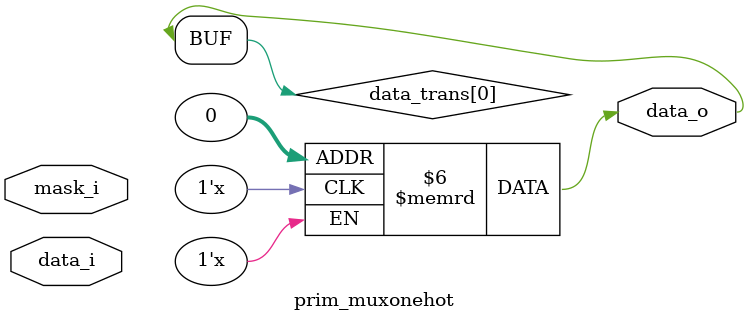
<source format=sv>
`ifdef VERILATOR_LINT
    `default_nettype none
`endif

module prim_muxonehot #(
    parameter DATA_COUNT = 1,
    parameter DATA_WIDTH = 1,
    parameter OPERATION = "OR" // OR, AND
) (
    input wire[DATA_COUNT-1:0] mask_i,
    input wire[DATA_COUNT*DATA_WIDTH-1:0] data_i,
    output wire[DATA_WIDTH-1:0] data_o
);
    logic[DATA_COUNT-1:0] data_trans[DATA_WIDTH-1:0];
    logic[DATA_WIDTH-1:0] data_selected[DATA_COUNT-1:0];

    genvar i;
    genvar j;
    generate
        for(i = 0; i < DATA_COUNT; i++) begin
            prim_opgate #(
                .DATA_WIDTH(DATA_WIDTH),
                .IMPLEMENTATION("AND")
            ) gate (
                .en(mask_i[i]),
                .data_i(data_i[i*DATA_WIDTH+:DATA_WIDTH]),
                .data_o(data_selected[i])
            );
        end
        // Transpose
        for(i = 0; i < DATA_WIDTH; i++) begin
            for(j = 0; j < DATA_COUNT; j++) begin
                assign data_trans[i][j] = data_selected[j][i];
            end
        end
        // Reduce
        for(i = 0; i < DATA_WIDTH; i++) begin
            if(OPERATION == "OR") begin
                assign data_o[i] = | data_trans[i];
            end else if(OPERATION == "AND") begin
                assign data_o[i] = & data_trans[i];
            end else begin
                $error("%m ** Illegal Parameter ** OPERATION(%s) must be one of OR, AND", OPERATION);
            end
        end
    endgenerate
endmodule

</source>
